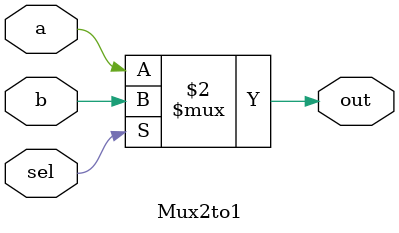
<source format=sv>
module Mux2to1 (
    input wire a,
    input wire b,
    input wire sel,
    output reg out
);

assign out = (sel == 1) ? b : a;

endmodule
</source>
